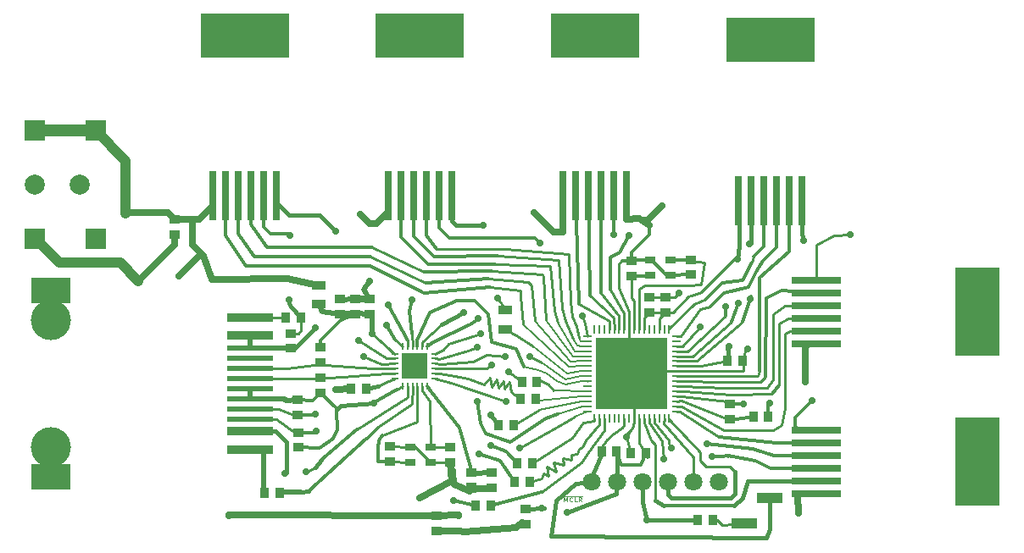
<source format=gtl>
G04 (created by PCBNEW (2013-07-07 BZR 4022)-stable) date 8/5/2014 5:00:46 PM*
%MOIN*%
G04 Gerber Fmt 3.4, Leading zero omitted, Abs format*
%FSLAX34Y34*%
G01*
G70*
G90*
G04 APERTURE LIST*
%ADD10C,0.00590551*%
%ADD11C,0.00393701*%
%ADD12R,0.00984252X0.0334646*%
%ADD13R,0.0334646X0.00984252*%
%ADD14R,0.281496X0.281496*%
%ADD15C,0.0708661*%
%ADD16C,0.0787*%
%ADD17R,0.0787X0.0787*%
%ADD18R,0.0394X0.0354*%
%ADD19R,0.0984X0.0984*%
%ADD20O,0.0098X0.0315*%
%ADD21O,0.0315X0.0098*%
%ADD22C,0.023622*%
%ADD23R,0.0354X0.0394*%
%ADD24R,0.055X0.035*%
%ADD25R,0.0393701X0.0314961*%
%ADD26R,0.1X0.039*%
%ADD27R,0.19685X0.0299213*%
%ADD28R,0.177165X0.346457*%
%ADD29R,0.0299213X0.19685*%
%ADD30R,0.346457X0.177165*%
%ADD31R,0.181102X0.0318898*%
%ADD32R,0.181102X0.0240157*%
%ADD33C,0.15748*%
%ADD34R,0.153543X0.0984252*%
%ADD35C,0.0275591*%
%ADD36C,0.015748*%
%ADD37C,0.0137795*%
%ADD38C,0.00787402*%
%ADD39C,0.00984252*%
%ADD40C,0.011811*%
%ADD41C,0.0275591*%
%ADD42C,0.0393701*%
%ADD43C,0.0472441*%
%ADD44C,0.0314961*%
%ADD45C,0.019685*%
G04 APERTURE END LIST*
G54D10*
G54D11*
X55858Y-40536D02*
X55858Y-40378D01*
X55924Y-40491D01*
X55989Y-40378D01*
X55989Y-40536D01*
X56196Y-40521D02*
X56186Y-40528D01*
X56158Y-40536D01*
X56139Y-40536D01*
X56111Y-40528D01*
X56092Y-40513D01*
X56083Y-40498D01*
X56074Y-40468D01*
X56074Y-40446D01*
X56083Y-40416D01*
X56092Y-40401D01*
X56111Y-40386D01*
X56139Y-40378D01*
X56158Y-40378D01*
X56186Y-40386D01*
X56196Y-40393D01*
X56374Y-40536D02*
X56280Y-40536D01*
X56280Y-40378D01*
X56552Y-40536D02*
X56486Y-40461D01*
X56439Y-40536D02*
X56439Y-40378D01*
X56514Y-40378D01*
X56533Y-40386D01*
X56542Y-40393D01*
X56552Y-40408D01*
X56552Y-40431D01*
X56542Y-40446D01*
X56533Y-40453D01*
X56514Y-40461D01*
X56439Y-40461D01*
X55811Y-40318D02*
X56589Y-40318D01*
G54D12*
X59807Y-37259D03*
X60003Y-37259D03*
X58625Y-37259D03*
X58822Y-37259D03*
X59216Y-37259D03*
X59019Y-37259D03*
X59610Y-37259D03*
X59413Y-37259D03*
X57838Y-37259D03*
X58035Y-37259D03*
X58429Y-37259D03*
X58232Y-37259D03*
X57444Y-37259D03*
X57641Y-37259D03*
X57248Y-37259D03*
X57051Y-37259D03*
G54D13*
X56775Y-36984D03*
X56775Y-36787D03*
X56775Y-36393D03*
X56775Y-36590D03*
X56775Y-35803D03*
X56775Y-35606D03*
X56775Y-36000D03*
X56775Y-36196D03*
X56775Y-34622D03*
X56775Y-34425D03*
X56775Y-35015D03*
X56775Y-34818D03*
X56775Y-35212D03*
X56775Y-35409D03*
X56775Y-34031D03*
X56775Y-34228D03*
G54D12*
X57051Y-33755D03*
X57248Y-33755D03*
X57641Y-33755D03*
X57444Y-33755D03*
X58232Y-33755D03*
X58429Y-33755D03*
X58035Y-33755D03*
X57838Y-33755D03*
X59413Y-33755D03*
X59610Y-33755D03*
X59019Y-33755D03*
X59216Y-33755D03*
X58822Y-33755D03*
X58625Y-33755D03*
X60003Y-33755D03*
X59807Y-33755D03*
G54D13*
X60279Y-34228D03*
X60279Y-34031D03*
X60279Y-35409D03*
X60279Y-35212D03*
X60279Y-34818D03*
X60279Y-35007D03*
X60279Y-34425D03*
X60279Y-34622D03*
X60279Y-36196D03*
X60279Y-36000D03*
X60279Y-35606D03*
X60279Y-35803D03*
X60279Y-36590D03*
X60279Y-36393D03*
X60279Y-36787D03*
X60279Y-36984D03*
G54D14*
X58527Y-35507D03*
G54D15*
X60940Y-39763D03*
X61940Y-39763D03*
X56948Y-39763D03*
X57948Y-39763D03*
X59944Y-39763D03*
X58944Y-39763D03*
G54D16*
X36811Y-28070D03*
G54D17*
X35039Y-25940D03*
X37441Y-25940D03*
X35039Y-30202D03*
X37441Y-30202D03*
G54D16*
X35039Y-28070D03*
G54D18*
X50846Y-41693D03*
X50846Y-41101D03*
X47047Y-32578D03*
X47047Y-33170D03*
X52224Y-39981D03*
X52224Y-39389D03*
G54D19*
X50003Y-35208D03*
G54D20*
X49511Y-35995D03*
X49708Y-35995D03*
X49905Y-35995D03*
X50101Y-35995D03*
X50298Y-35995D03*
X50495Y-35995D03*
G54D21*
X50790Y-35700D03*
X50790Y-35503D03*
X50790Y-35306D03*
X50790Y-35110D03*
X50790Y-34913D03*
X50790Y-34716D03*
G54D20*
X50495Y-34421D03*
X50298Y-34421D03*
X50101Y-34421D03*
X49905Y-34421D03*
X49708Y-34421D03*
X49511Y-34421D03*
G54D21*
X49216Y-34716D03*
X49216Y-34913D03*
X49216Y-35110D03*
X49216Y-35306D03*
X49216Y-35503D03*
X49216Y-35700D03*
G54D22*
X50003Y-35208D03*
X49703Y-34908D03*
X49703Y-35508D03*
X50303Y-34908D03*
X50303Y-35508D03*
G54D23*
X47491Y-36114D03*
X48083Y-36114D03*
G54D24*
X46220Y-32026D03*
X46220Y-32776D03*
G54D18*
X53031Y-40000D03*
X53031Y-39408D03*
X51377Y-38996D03*
X51377Y-38404D03*
X49035Y-38957D03*
X49035Y-38365D03*
X48228Y-32578D03*
X48228Y-33170D03*
X47637Y-32578D03*
X47637Y-33170D03*
X62401Y-36711D03*
X62401Y-37303D03*
X54350Y-41418D03*
X54350Y-40826D03*
G54D23*
X62894Y-35000D03*
X62302Y-35000D03*
G54D18*
X59842Y-32499D03*
X59842Y-33091D03*
X58533Y-31081D03*
X58533Y-31673D03*
X60866Y-31614D03*
X60866Y-31022D03*
X59212Y-32499D03*
X59212Y-33091D03*
G54D23*
X54626Y-39035D03*
X54034Y-39035D03*
X54528Y-39763D03*
X53936Y-39763D03*
X52973Y-40708D03*
X52381Y-40708D03*
X54803Y-35826D03*
X54211Y-35826D03*
X54744Y-36515D03*
X54152Y-36515D03*
X53878Y-37539D03*
X53286Y-37539D03*
G54D18*
X46283Y-35051D03*
X46283Y-34459D03*
X46291Y-35664D03*
X46291Y-36256D03*
X45385Y-37134D03*
X45385Y-36542D03*
X45405Y-37822D03*
X45405Y-38414D03*
G54D23*
X44693Y-40208D03*
X44101Y-40208D03*
X57341Y-38582D03*
X57933Y-38582D03*
X45516Y-33295D03*
X44924Y-33295D03*
G54D18*
X45106Y-34512D03*
X45106Y-33920D03*
G54D23*
X58483Y-38622D03*
X59075Y-38622D03*
G54D18*
X40551Y-30020D03*
X40551Y-29428D03*
G54D25*
X50610Y-38405D03*
X49822Y-38405D03*
X50610Y-38996D03*
X49822Y-38996D03*
X59251Y-31633D03*
X60039Y-31633D03*
X59251Y-31043D03*
X60039Y-31043D03*
G54D23*
X61121Y-41259D03*
X61713Y-41259D03*
G54D24*
X53543Y-33760D03*
X53543Y-33010D03*
G54D23*
X63306Y-37185D03*
X63898Y-37185D03*
G54D26*
X63964Y-40405D03*
X62964Y-41405D03*
G54D27*
X65787Y-37726D03*
X65787Y-38726D03*
X65787Y-39726D03*
X65787Y-39226D03*
X65787Y-40226D03*
X65787Y-38226D03*
G54D28*
X72106Y-38976D03*
G54D27*
X65787Y-31820D03*
X65787Y-32820D03*
X65787Y-33820D03*
X65787Y-33320D03*
X65787Y-34320D03*
X65787Y-32320D03*
G54D28*
X72106Y-33070D03*
G54D29*
X48946Y-28503D03*
X49946Y-28503D03*
X50946Y-28503D03*
X50446Y-28503D03*
X51446Y-28503D03*
X49446Y-28503D03*
G54D30*
X50196Y-22185D03*
G54D29*
X42057Y-28503D03*
X43057Y-28503D03*
X44057Y-28503D03*
X43557Y-28503D03*
X44557Y-28503D03*
X42557Y-28503D03*
G54D30*
X43307Y-22185D03*
G54D29*
X62726Y-28700D03*
X63726Y-28700D03*
X64726Y-28700D03*
X64226Y-28700D03*
X65226Y-28700D03*
X63226Y-28700D03*
G54D30*
X63976Y-22381D03*
G54D29*
X55836Y-28503D03*
X56836Y-28503D03*
X57836Y-28503D03*
X57336Y-28503D03*
X58336Y-28503D03*
X56336Y-28503D03*
G54D30*
X57086Y-22185D03*
G54D31*
X43523Y-33291D03*
X43523Y-34015D03*
G54D32*
X43523Y-34488D03*
X43523Y-34889D03*
X43523Y-35692D03*
X43523Y-37291D03*
X43523Y-36488D03*
G54D31*
X43523Y-38488D03*
X43523Y-37763D03*
G54D32*
X43523Y-36090D03*
X43523Y-36889D03*
G54D33*
X35681Y-38389D03*
X35681Y-33389D03*
G54D32*
X43523Y-35291D03*
G54D34*
X35681Y-32228D03*
X35681Y-39551D03*
G54D35*
X55984Y-40964D03*
X63937Y-36653D03*
X54527Y-34842D03*
X65629Y-36574D03*
X67125Y-30039D03*
X42677Y-41102D03*
X54685Y-29173D03*
X47854Y-29232D03*
X40728Y-31673D03*
X53011Y-35177D03*
X51732Y-41102D03*
X54980Y-40807D03*
X62362Y-34448D03*
X62677Y-30984D03*
X48334Y-33925D03*
X48385Y-36673D03*
X52480Y-33346D03*
X61220Y-33661D03*
X52578Y-33917D03*
X56594Y-33228D03*
X52440Y-36614D03*
X51909Y-33090D03*
X53562Y-34822D03*
X54133Y-38444D03*
X59133Y-41259D03*
X53267Y-32519D03*
X62933Y-36692D03*
X60393Y-32322D03*
X63070Y-34527D03*
X65078Y-41003D03*
X65354Y-35826D03*
X65275Y-30275D03*
X52677Y-29665D03*
X46889Y-29901D03*
X58326Y-38011D03*
X59734Y-28887D03*
X51968Y-41732D03*
X50196Y-40413D03*
X46082Y-33700D03*
X44901Y-39448D03*
X39133Y-31850D03*
X48228Y-31850D03*
X46889Y-36141D03*
X52992Y-37145D03*
X52460Y-34468D03*
X51515Y-40492D03*
X48897Y-33602D03*
X53582Y-36614D03*
X53681Y-35433D03*
X52519Y-38681D03*
X48956Y-32814D03*
X45728Y-39350D03*
X45039Y-32598D03*
X52992Y-38346D03*
X49881Y-32598D03*
X57834Y-30039D03*
X63188Y-32559D03*
X54921Y-30354D03*
X62716Y-32716D03*
X45078Y-30078D03*
X62204Y-32874D03*
X60098Y-38425D03*
X61476Y-38267D03*
X61692Y-38779D03*
X59783Y-38877D03*
X63169Y-30413D03*
X58425Y-30059D03*
X47783Y-34196D03*
X46074Y-37110D03*
X47984Y-34826D03*
X46114Y-37771D03*
G54D36*
X57948Y-39763D02*
X57933Y-40236D01*
X57933Y-40236D02*
X55984Y-40964D01*
G54D37*
X63898Y-37185D02*
X63898Y-36692D01*
X63898Y-36692D02*
X63937Y-36653D01*
G54D38*
X55925Y-35728D02*
X55000Y-35078D01*
G54D39*
X55000Y-35078D02*
X54527Y-34842D01*
G54D38*
X56775Y-35606D02*
X56535Y-35607D01*
X56535Y-35607D02*
X55925Y-35728D01*
G54D39*
X59842Y-33091D02*
X59212Y-33091D01*
X59842Y-33091D02*
X60137Y-33091D01*
X62637Y-30944D02*
X62755Y-30482D01*
G54D40*
X61299Y-32283D02*
X62637Y-30944D01*
G54D39*
X60748Y-32480D02*
X61299Y-32283D01*
X60137Y-33091D02*
X60748Y-32480D01*
X59610Y-33755D02*
X59610Y-33323D01*
X59610Y-33323D02*
X59842Y-33091D01*
X59019Y-33755D02*
X59019Y-33284D01*
X59019Y-33284D02*
X59212Y-33091D01*
G54D40*
X65127Y-37726D02*
X65787Y-37726D01*
X64960Y-37559D02*
X65127Y-37726D01*
X64960Y-37244D02*
X64960Y-37559D01*
X65629Y-36574D02*
X64960Y-37244D01*
G54D39*
X65787Y-31820D02*
X65787Y-30433D01*
X66496Y-30078D02*
X67125Y-30039D01*
X65787Y-30433D02*
X66496Y-30078D01*
G54D40*
X59075Y-38622D02*
X58897Y-39094D01*
X58110Y-39094D02*
X57933Y-38582D01*
X58897Y-39094D02*
X58110Y-39094D01*
G54D41*
X42697Y-41081D02*
X50826Y-41102D01*
X42677Y-41102D02*
X42697Y-41081D01*
X55836Y-29911D02*
X55836Y-28435D01*
X54685Y-29173D02*
X55452Y-29940D01*
X55452Y-29940D02*
X55807Y-29940D01*
X55807Y-29940D02*
X55836Y-29911D01*
X48946Y-29143D02*
X48946Y-28435D01*
X48503Y-29586D02*
X48946Y-29143D01*
X48208Y-29586D02*
X48503Y-29586D01*
X47854Y-29232D02*
X48208Y-29586D01*
X41692Y-30866D02*
X41535Y-30866D01*
X41535Y-30866D02*
X40728Y-31673D01*
X46220Y-32026D02*
X46180Y-32026D01*
X41259Y-30433D02*
X41259Y-29428D01*
X42027Y-31791D02*
X41692Y-30866D01*
X41692Y-30866D02*
X41259Y-30433D01*
X45000Y-31771D02*
X42027Y-31791D01*
X46180Y-32026D02*
X45000Y-31771D01*
X40551Y-29428D02*
X41259Y-29428D01*
X41259Y-29428D02*
X41515Y-29428D01*
X42057Y-28886D02*
X42057Y-28435D01*
X41515Y-29428D02*
X42057Y-28886D01*
X38622Y-29173D02*
X40296Y-29173D01*
X40296Y-29173D02*
X40551Y-29428D01*
G54D39*
X50790Y-35306D02*
X52823Y-35306D01*
X52823Y-35306D02*
X53011Y-35177D01*
G54D41*
X51711Y-41081D02*
X50826Y-41102D01*
G54D39*
X51732Y-41102D02*
X51711Y-41081D01*
G54D36*
X54980Y-40807D02*
X55098Y-40787D01*
X55098Y-40787D02*
X54350Y-40826D01*
G54D39*
X58818Y-37913D02*
X58818Y-38228D01*
X58822Y-37259D02*
X58818Y-37913D01*
X59143Y-38799D02*
X59075Y-38622D01*
X58818Y-38228D02*
X59143Y-38799D01*
G54D36*
X57948Y-39763D02*
X57952Y-38779D01*
G54D39*
X57952Y-38779D02*
X57933Y-38582D01*
G54D36*
X62755Y-29409D02*
X62755Y-30482D01*
X62755Y-30482D02*
X62677Y-30984D01*
G54D39*
X60279Y-35212D02*
X61240Y-35212D01*
X61240Y-35212D02*
X62302Y-35000D01*
G54D36*
X62302Y-35000D02*
X62320Y-34608D01*
X62320Y-34608D02*
X62303Y-34547D01*
X62303Y-34547D02*
X62362Y-34448D01*
X62362Y-34448D02*
X62363Y-34448D01*
G54D42*
X38622Y-27121D02*
X37441Y-25940D01*
X38622Y-29212D02*
X38622Y-29173D01*
X38622Y-29173D02*
X38622Y-27121D01*
G54D43*
X37441Y-25940D02*
X35039Y-25940D01*
G54D44*
X37621Y-26121D02*
X37441Y-25940D01*
G54D36*
X48385Y-36673D02*
X47093Y-36771D01*
X47093Y-36771D02*
X46916Y-36948D01*
G54D45*
X47047Y-33170D02*
X46342Y-33075D01*
X46342Y-33075D02*
X46220Y-32776D01*
X48334Y-33925D02*
X48334Y-33236D01*
X48334Y-33236D02*
X48228Y-33170D01*
G54D39*
X46916Y-36948D02*
X46916Y-36881D01*
G54D40*
X46916Y-36881D02*
X46291Y-36256D01*
X46255Y-38417D02*
X46771Y-38070D01*
X46943Y-37689D02*
X46916Y-36948D01*
X46771Y-38070D02*
X46943Y-37689D01*
X45405Y-38414D02*
X46255Y-38417D01*
G54D45*
X43523Y-36090D02*
X43523Y-36488D01*
G54D40*
X47637Y-33170D02*
X47086Y-33405D01*
X46283Y-34208D02*
X46283Y-34459D01*
X47086Y-33405D02*
X46283Y-34208D01*
G54D45*
X45385Y-36542D02*
X44936Y-36550D01*
X44874Y-36488D02*
X43523Y-36488D01*
X44936Y-36550D02*
X44874Y-36488D01*
G54D40*
X45385Y-36542D02*
X45997Y-36550D01*
X45997Y-36550D02*
X46291Y-36256D01*
G54D41*
X47059Y-33181D02*
X47637Y-33170D01*
G54D45*
X47637Y-33170D02*
X47665Y-33142D01*
X47665Y-33142D02*
X48228Y-33170D01*
G54D39*
X49216Y-34716D02*
X49085Y-34620D01*
X49085Y-34620D02*
X48985Y-34547D01*
G54D36*
X48361Y-36658D02*
X48361Y-36655D01*
G54D40*
X49299Y-36121D02*
X48361Y-36655D01*
G54D39*
X49511Y-35995D02*
X49299Y-36121D01*
G54D36*
X48385Y-36673D02*
X48361Y-36658D01*
G54D39*
X48985Y-34547D02*
X48334Y-33925D01*
G54D38*
X56775Y-36590D02*
X56555Y-36594D01*
G54D39*
X54881Y-36948D02*
X53878Y-37539D01*
G54D38*
X56555Y-36594D02*
X54881Y-36948D01*
G54D39*
X60511Y-34429D02*
X60511Y-34429D01*
G54D40*
X52456Y-33268D02*
X52456Y-33268D01*
X52480Y-33346D02*
X52456Y-33268D01*
X50495Y-34421D02*
X50704Y-34260D01*
X50704Y-34260D02*
X52185Y-33582D01*
X52185Y-33582D02*
X52503Y-33350D01*
G54D39*
X60511Y-34429D02*
X60279Y-34425D01*
X60511Y-34429D02*
X61220Y-33661D01*
X50790Y-34716D02*
X51110Y-34560D01*
X52391Y-34005D02*
X52578Y-33917D01*
X51333Y-34321D02*
X52391Y-34005D01*
X51110Y-34560D02*
X51333Y-34321D01*
X56692Y-33543D02*
X56775Y-34031D01*
X56594Y-33228D02*
X56692Y-33543D01*
G54D38*
X56775Y-36787D02*
X56574Y-36791D01*
X56574Y-36791D02*
X55610Y-37086D01*
G54D40*
X55610Y-37086D02*
X55166Y-37275D01*
X55166Y-37275D02*
X53764Y-38205D01*
X53764Y-38205D02*
X52786Y-37854D01*
X52786Y-37854D02*
X52598Y-37460D01*
X52598Y-37460D02*
X52440Y-36614D01*
G54D36*
X51909Y-33090D02*
X51043Y-33582D01*
G54D39*
X50295Y-34271D02*
X50298Y-34421D01*
X50295Y-34271D02*
X51043Y-33582D01*
G54D38*
X56555Y-36397D02*
X56775Y-36393D01*
X56555Y-36397D02*
X54881Y-36578D01*
G54D39*
X54744Y-36515D02*
X54881Y-36578D01*
G54D38*
X56775Y-36196D02*
X55460Y-36173D01*
G54D39*
X55452Y-36181D02*
X55265Y-35924D01*
X54925Y-35779D02*
X54803Y-35826D01*
X55265Y-35924D02*
X54925Y-35779D01*
X55460Y-36173D02*
X55452Y-36181D01*
G54D38*
X56775Y-36984D02*
X56271Y-37204D01*
G54D39*
X56271Y-37204D02*
X55724Y-37519D01*
X54133Y-38444D02*
X55731Y-37525D01*
X55724Y-37519D02*
X55731Y-37525D01*
X50790Y-35110D02*
X51023Y-35118D01*
X51023Y-35118D02*
X52283Y-35019D01*
X52283Y-35019D02*
X52834Y-34763D01*
X52834Y-34763D02*
X53562Y-34822D01*
X53562Y-34822D02*
X53570Y-34816D01*
X57248Y-37511D02*
X57248Y-37255D01*
X56732Y-38149D02*
X56594Y-38385D01*
X56594Y-38385D02*
X56456Y-38464D01*
X56456Y-38464D02*
X56397Y-38661D01*
X54528Y-39763D02*
X55000Y-39625D01*
X55000Y-39625D02*
X55039Y-39429D01*
X55039Y-39429D02*
X55237Y-39532D01*
X55237Y-39532D02*
X55202Y-39153D01*
X55202Y-39153D02*
X55551Y-39350D01*
X55551Y-39350D02*
X55452Y-38996D01*
X55452Y-38996D02*
X55846Y-39114D01*
X55846Y-39114D02*
X55826Y-38838D01*
X55826Y-38838D02*
X56141Y-38897D01*
X56141Y-38897D02*
X56161Y-38700D01*
X56161Y-38700D02*
X56397Y-38661D01*
X57248Y-37511D02*
X56732Y-38149D01*
X57248Y-37255D02*
X57251Y-37251D01*
X57444Y-37736D02*
X57444Y-37263D01*
X57444Y-37720D02*
X57444Y-37736D01*
X57444Y-37736D02*
X56830Y-38598D01*
X56830Y-38598D02*
X56543Y-38988D01*
X56543Y-38988D02*
X55000Y-40177D01*
G54D40*
X55000Y-40177D02*
X52973Y-40708D01*
G54D39*
X57051Y-37259D02*
X57047Y-37381D01*
X57047Y-37381D02*
X56633Y-37440D01*
X56633Y-37440D02*
X56196Y-38027D01*
X56196Y-38027D02*
X54626Y-39035D01*
G54D41*
X54350Y-41418D02*
X54211Y-41358D01*
X53996Y-41574D02*
X51968Y-41732D01*
X54211Y-41358D02*
X53996Y-41574D01*
G54D36*
X61121Y-41259D02*
X59133Y-41259D01*
X58944Y-40578D02*
X58944Y-39763D01*
X59133Y-41259D02*
X58944Y-40578D01*
G54D39*
X53543Y-33010D02*
X53543Y-32952D01*
X53543Y-32952D02*
X53267Y-32519D01*
G54D37*
X62401Y-36711D02*
X62932Y-36692D01*
X62932Y-36692D02*
X62933Y-36692D01*
X59251Y-31043D02*
X58572Y-31043D01*
X58572Y-31043D02*
X58533Y-31081D01*
X58533Y-31081D02*
X58533Y-30718D01*
G54D41*
X59232Y-29676D02*
X58912Y-29470D01*
G54D37*
X58533Y-30718D02*
X59232Y-30019D01*
X59232Y-30019D02*
X59232Y-29676D01*
G54D41*
X50866Y-41713D02*
X51711Y-41713D01*
X51711Y-41713D02*
X51968Y-41732D01*
G54D39*
X59842Y-32499D02*
X59212Y-32499D01*
X59842Y-32499D02*
X60217Y-32499D01*
X60217Y-32499D02*
X60393Y-32322D01*
X62894Y-35000D02*
X63031Y-34488D01*
X63031Y-34488D02*
X63070Y-34527D01*
X62913Y-35393D02*
X62913Y-35018D01*
X60625Y-35409D02*
X62913Y-35393D01*
X60279Y-35409D02*
X60625Y-35409D01*
X62913Y-35018D02*
X62894Y-35000D01*
G54D41*
X65856Y-40226D02*
X65127Y-40226D01*
X65039Y-40314D02*
X65078Y-41003D01*
X65127Y-40226D02*
X65039Y-40314D01*
X65856Y-34320D02*
X65403Y-34320D01*
X65354Y-34645D02*
X65354Y-35826D01*
X65403Y-34320D02*
X65354Y-34645D01*
G54D36*
X65226Y-28435D02*
X65226Y-30009D01*
X65226Y-30009D02*
X65275Y-30275D01*
X44557Y-28435D02*
X44557Y-28769D01*
X51446Y-29498D02*
X51446Y-28435D01*
X51614Y-29665D02*
X51446Y-29498D01*
X52677Y-29665D02*
X51614Y-29665D01*
X46240Y-29251D02*
X46889Y-29901D01*
X45039Y-29251D02*
X46240Y-29251D01*
X44557Y-28769D02*
X45039Y-29251D01*
G54D41*
X58912Y-29470D02*
X59151Y-29470D01*
X59151Y-29470D02*
X59734Y-28887D01*
G54D40*
X59251Y-31043D02*
X59311Y-31043D01*
X59901Y-31633D02*
X60039Y-31633D01*
X59311Y-31043D02*
X59901Y-31633D01*
G54D41*
X51377Y-38996D02*
X51456Y-39744D01*
X51456Y-39744D02*
X50196Y-40413D01*
G54D36*
X45106Y-34512D02*
X45270Y-34512D01*
X45270Y-34512D02*
X46082Y-33700D01*
X43523Y-37763D02*
X44515Y-37763D01*
X44960Y-39389D02*
X44901Y-39448D01*
X44960Y-38208D02*
X44960Y-39389D01*
X44515Y-37763D02*
X44960Y-38208D01*
X51515Y-39291D02*
X51555Y-39862D01*
G54D39*
X51377Y-38996D02*
X51515Y-39291D01*
G54D41*
X52179Y-40076D02*
X53031Y-40000D01*
X52151Y-40123D02*
X52179Y-40076D01*
X52151Y-40123D02*
X51555Y-39862D01*
X40551Y-30020D02*
X40551Y-30433D01*
G54D42*
X35084Y-30202D02*
X36023Y-31141D01*
X36023Y-31141D02*
X38425Y-31141D01*
X38425Y-31141D02*
X39133Y-31850D01*
X35084Y-30202D02*
X35039Y-30202D01*
G54D41*
X40551Y-30433D02*
X39133Y-31850D01*
G54D39*
X59931Y-31564D02*
X59950Y-31564D01*
G54D40*
X60020Y-31634D02*
X60866Y-31614D01*
G54D39*
X59950Y-31564D02*
X60020Y-31634D01*
X58429Y-33755D02*
X58425Y-33070D01*
X58425Y-33070D02*
X58031Y-32125D01*
X58031Y-32125D02*
X58031Y-31181D01*
X58031Y-31181D02*
X58150Y-31081D01*
G54D40*
X58150Y-31081D02*
X58533Y-31081D01*
G54D41*
X58912Y-29470D02*
X58818Y-29409D01*
X58818Y-29409D02*
X58336Y-29419D01*
G54D39*
X58336Y-29419D02*
X58336Y-28435D01*
X58287Y-37893D02*
X58503Y-37716D01*
X58543Y-37677D02*
X58287Y-37893D01*
X58622Y-37401D02*
X58543Y-37677D01*
X58326Y-38011D02*
X58483Y-38622D01*
X58503Y-37716D02*
X58326Y-38011D01*
X49822Y-38405D02*
X50019Y-38405D01*
G54D40*
X50019Y-38405D02*
X50610Y-38996D01*
G54D39*
X50610Y-38996D02*
X51377Y-38996D01*
X51377Y-38996D02*
X51377Y-38996D01*
X49822Y-38405D02*
X49036Y-38366D01*
X49036Y-38366D02*
X49035Y-38365D01*
X60279Y-36393D02*
X60393Y-36397D01*
X60393Y-36397D02*
X60472Y-36397D01*
X60472Y-36397D02*
X62303Y-36594D01*
X62283Y-36712D02*
X62401Y-36711D01*
X62251Y-36712D02*
X62283Y-36712D01*
X62324Y-36609D02*
X62251Y-36712D01*
X62307Y-36598D02*
X62324Y-36609D01*
X62303Y-36594D02*
X62307Y-36598D01*
X58622Y-37401D02*
X58622Y-37263D01*
X58622Y-37263D02*
X58625Y-37259D01*
X60279Y-35409D02*
X58625Y-35409D01*
X58625Y-35409D02*
X58527Y-35507D01*
X58625Y-37259D02*
X58625Y-35606D01*
X58625Y-35606D02*
X58527Y-35507D01*
X58429Y-33755D02*
X58429Y-35409D01*
X58429Y-35409D02*
X58527Y-35507D01*
G54D45*
X47637Y-32578D02*
X47055Y-32585D01*
X47055Y-32585D02*
X47047Y-32578D01*
X48228Y-32578D02*
X47996Y-32200D01*
X47996Y-32200D02*
X48228Y-31850D01*
X43523Y-34488D02*
X43523Y-34015D01*
X45106Y-34512D02*
X43547Y-34512D01*
X43547Y-34512D02*
X43523Y-34488D01*
G54D41*
X47491Y-36114D02*
X46889Y-36141D01*
G54D39*
X58622Y-37389D02*
X58622Y-37401D01*
G54D41*
X48228Y-32578D02*
X47824Y-32575D01*
X47824Y-32575D02*
X47637Y-32578D01*
X53031Y-40000D02*
X52224Y-40060D01*
G54D39*
X44924Y-33295D02*
X43527Y-33295D01*
X43527Y-33295D02*
X43523Y-33291D01*
X50790Y-34913D02*
X50964Y-34921D01*
G54D36*
X52992Y-37145D02*
X53286Y-37539D01*
G54D39*
X52094Y-34614D02*
X52460Y-34468D01*
X50964Y-34921D02*
X52094Y-34614D01*
X58625Y-33755D02*
X58625Y-32641D01*
X58533Y-32549D02*
X58533Y-31673D01*
X58625Y-32641D02*
X58533Y-32549D01*
G54D40*
X58533Y-31673D02*
X59270Y-31654D01*
G54D39*
X59270Y-31654D02*
X59360Y-31564D01*
X49822Y-38996D02*
X49036Y-38956D01*
X49036Y-38956D02*
X49035Y-38957D01*
X50101Y-35995D02*
X50098Y-37401D01*
G54D40*
X48562Y-38425D02*
X48562Y-38956D01*
X48562Y-38956D02*
X49074Y-38956D01*
X48720Y-37933D02*
X48582Y-38120D01*
X48582Y-38120D02*
X48562Y-38425D01*
G54D39*
X50098Y-37401D02*
X48720Y-37933D01*
X50610Y-38405D02*
X50590Y-36614D01*
X50295Y-36161D02*
X50298Y-35995D01*
X50590Y-36614D02*
X50295Y-36161D01*
X50610Y-38405D02*
X51377Y-38405D01*
X51377Y-38405D02*
X51377Y-38404D01*
G54D37*
X63306Y-37185D02*
X62420Y-37322D01*
X62420Y-37322D02*
X62401Y-37303D01*
G54D39*
X60279Y-36590D02*
X60492Y-36574D01*
X60492Y-36574D02*
X62401Y-37318D01*
X62401Y-37318D02*
X62401Y-37303D01*
X61713Y-41259D02*
X61889Y-41259D01*
X62094Y-41464D02*
X62964Y-41405D01*
X61889Y-41259D02*
X62094Y-41464D01*
G54D40*
X52381Y-40708D02*
X51515Y-40492D01*
X48897Y-33602D02*
X49232Y-34169D01*
G54D39*
X49232Y-34169D02*
X49511Y-34421D01*
X50790Y-35503D02*
X50984Y-35511D01*
X50984Y-35511D02*
X51751Y-35649D01*
X51751Y-35649D02*
X52078Y-35712D01*
X52078Y-35712D02*
X52716Y-35933D01*
X52716Y-35933D02*
X52956Y-35677D01*
X52956Y-35677D02*
X53019Y-36019D01*
X53019Y-36019D02*
X53220Y-35732D01*
X53220Y-35732D02*
X53275Y-36051D01*
X53275Y-36051D02*
X53500Y-35795D01*
X53500Y-35795D02*
X53531Y-36086D01*
X53531Y-36086D02*
X53732Y-35818D01*
X53732Y-35818D02*
X53779Y-36240D01*
X53779Y-36240D02*
X54152Y-36515D01*
X53681Y-35433D02*
X54211Y-35826D01*
X50790Y-35700D02*
X51413Y-35881D01*
X51413Y-35881D02*
X53582Y-36614D01*
X49216Y-35700D02*
X48885Y-35834D01*
X48885Y-35834D02*
X48562Y-35988D01*
G54D36*
X48562Y-35988D02*
X48083Y-36114D01*
G54D40*
X53936Y-39763D02*
X53346Y-38917D01*
X53346Y-38917D02*
X52519Y-38681D01*
X48956Y-32814D02*
X49704Y-34192D01*
G54D39*
X49704Y-34192D02*
X49708Y-34421D01*
G54D45*
X45531Y-40161D02*
X44740Y-40161D01*
G54D36*
X45531Y-40161D02*
X45826Y-40137D01*
G54D39*
X49905Y-35995D02*
X49901Y-36712D01*
G54D40*
X48070Y-38051D02*
X45826Y-40137D01*
G54D39*
X49901Y-36712D02*
X48543Y-37598D01*
X48543Y-37598D02*
X48070Y-38051D01*
X44740Y-40161D02*
X44693Y-40208D01*
G54D36*
X45039Y-32598D02*
X45039Y-32716D01*
G54D39*
X45738Y-39361D02*
X45728Y-39350D01*
X49704Y-36437D02*
X47716Y-37688D01*
G54D40*
X47716Y-37688D02*
X46316Y-38895D01*
G54D36*
X46316Y-38895D02*
X46095Y-39215D01*
G54D39*
X49708Y-35995D02*
X49704Y-36437D01*
X46095Y-39215D02*
X45738Y-39361D01*
G54D36*
X45118Y-32874D02*
X45516Y-33295D01*
X45039Y-32716D02*
X45118Y-32874D01*
G54D39*
X45516Y-33295D02*
X45516Y-33810D01*
X45406Y-33920D02*
X45106Y-33920D01*
X45516Y-33810D02*
X45406Y-33920D01*
G54D45*
X53031Y-39408D02*
X52279Y-39444D01*
X52279Y-39444D02*
X52224Y-39389D01*
G54D40*
X50665Y-36229D02*
X51751Y-37637D01*
X51751Y-37637D02*
X52224Y-39310D01*
X50495Y-35995D02*
X50665Y-36229D01*
X54034Y-39035D02*
X53582Y-38562D01*
X53582Y-38562D02*
X52992Y-38346D01*
X49881Y-32598D02*
X49803Y-33051D01*
X49803Y-33051D02*
X49901Y-33917D01*
G54D39*
X49901Y-33917D02*
X49901Y-33916D01*
X49905Y-34421D02*
X49901Y-33916D01*
X49901Y-33916D02*
X49901Y-33895D01*
X60866Y-31022D02*
X60973Y-31052D01*
X58822Y-32909D02*
X58822Y-33755D01*
X58818Y-32165D02*
X58822Y-32909D01*
X60747Y-32028D02*
X59055Y-32047D01*
X59055Y-32047D02*
X58818Y-32165D01*
X61240Y-31988D02*
X60747Y-32028D01*
X61377Y-31122D02*
X61240Y-31988D01*
X60973Y-31052D02*
X60925Y-31082D01*
X60925Y-31082D02*
X61377Y-31122D01*
X59931Y-31112D02*
X60029Y-31112D01*
G54D40*
X60099Y-31042D02*
X60866Y-31022D01*
G54D39*
X60029Y-31112D02*
X60099Y-31042D01*
X59807Y-37259D02*
X59803Y-37460D01*
X60940Y-38795D02*
X60940Y-39763D01*
X59803Y-37460D02*
X60940Y-38795D01*
X60003Y-37259D02*
X60019Y-37322D01*
G54D36*
X59944Y-40259D02*
X59944Y-39763D01*
X60098Y-40413D02*
X59944Y-40259D01*
X62421Y-40413D02*
X60098Y-40413D01*
X62598Y-40236D02*
X62421Y-40413D01*
X62598Y-39370D02*
X62598Y-40236D01*
G54D39*
X62381Y-39153D02*
X62598Y-39370D01*
X61456Y-39153D02*
X62381Y-39153D01*
X61220Y-38917D02*
X61456Y-39153D01*
X61220Y-38602D02*
X61220Y-38917D01*
X60019Y-37322D02*
X61220Y-38602D01*
X60279Y-35803D02*
X60452Y-35803D01*
X60452Y-35803D02*
X62145Y-35846D01*
X62145Y-35846D02*
X63582Y-35826D01*
G54D40*
X64409Y-32244D02*
X65787Y-32320D01*
X63818Y-32519D02*
X64409Y-32244D01*
X63779Y-35629D02*
X63818Y-32519D01*
G54D39*
X63582Y-35826D02*
X63779Y-35629D01*
X60279Y-35606D02*
X60472Y-35606D01*
X60472Y-35606D02*
X62066Y-35610D01*
X62066Y-35610D02*
X63488Y-35606D01*
G54D40*
X64726Y-30706D02*
X64726Y-28700D01*
X63543Y-31732D02*
X64726Y-30706D01*
X63543Y-35393D02*
X63543Y-31732D01*
G54D39*
X63488Y-35606D02*
X63543Y-35393D01*
X60279Y-35007D02*
X61102Y-35011D01*
G54D40*
X57836Y-30037D02*
X57836Y-28503D01*
G54D39*
X57834Y-30039D02*
X57836Y-30037D01*
X63228Y-32480D02*
X63188Y-32559D01*
G54D40*
X62874Y-33464D02*
X63228Y-32480D01*
G54D39*
X61102Y-35011D02*
X62874Y-33464D01*
X60279Y-34818D02*
X60925Y-34822D01*
G54D40*
X50946Y-29765D02*
X50946Y-28503D01*
X51338Y-30157D02*
X50946Y-29765D01*
X54724Y-30157D02*
X51338Y-30157D01*
G54D39*
X54921Y-30354D02*
X54724Y-30157D01*
G54D40*
X62440Y-33464D02*
X62716Y-32716D01*
G54D39*
X60925Y-34822D02*
X62440Y-33464D01*
X60279Y-34622D02*
X60728Y-34625D01*
G54D40*
X44057Y-29726D02*
X44057Y-28503D01*
X44330Y-30000D02*
X44057Y-29726D01*
X45000Y-30000D02*
X44330Y-30000D01*
G54D39*
X45078Y-30078D02*
X45000Y-30000D01*
G54D40*
X62204Y-33228D02*
X62204Y-32874D01*
G54D39*
X60728Y-34625D02*
X62204Y-33228D01*
X59409Y-37421D02*
X59409Y-37421D01*
X59409Y-37421D02*
X60000Y-38129D01*
G54D37*
X61476Y-38267D02*
X63287Y-38464D01*
G54D39*
X60000Y-38129D02*
X60019Y-38425D01*
X60019Y-38425D02*
X60098Y-38425D01*
X59413Y-37259D02*
X59409Y-37421D01*
G54D37*
X63287Y-38464D02*
X64120Y-38726D01*
X64120Y-38726D02*
X65787Y-38726D01*
G54D39*
X59413Y-37259D02*
X59413Y-37259D01*
X59212Y-37440D02*
X59212Y-37440D01*
X59216Y-37259D02*
X59212Y-37440D01*
G54D37*
X62066Y-38759D02*
X62322Y-38740D01*
X61692Y-38779D02*
X62066Y-38759D01*
G54D39*
X59724Y-38169D02*
X59783Y-38877D01*
X59212Y-37440D02*
X59724Y-38169D01*
G54D37*
X63990Y-39226D02*
X65787Y-39226D01*
X63385Y-38917D02*
X63990Y-39226D01*
G54D40*
X62322Y-38759D02*
X62322Y-38740D01*
G54D37*
X62322Y-38740D02*
X63385Y-38917D01*
G54D39*
X59015Y-37421D02*
X59287Y-38134D01*
X59019Y-37259D02*
X59015Y-37421D01*
G54D36*
X62874Y-40393D02*
X63070Y-39724D01*
X62559Y-40708D02*
X62874Y-40393D01*
G54D37*
X59803Y-40708D02*
X62559Y-40708D01*
G54D36*
X59448Y-40511D02*
X59803Y-40708D01*
G54D39*
X59448Y-38287D02*
X59448Y-40511D01*
X59287Y-38134D02*
X59448Y-38287D01*
G54D36*
X63070Y-39724D02*
X65787Y-39726D01*
G54D39*
X60279Y-36984D02*
X60433Y-36988D01*
G54D37*
X64564Y-38226D02*
X65787Y-38226D01*
G54D40*
X64232Y-38228D02*
X64564Y-38226D01*
X61968Y-37992D02*
X64232Y-38228D01*
G54D39*
X60433Y-36988D02*
X61968Y-37992D01*
X64566Y-36850D02*
X64409Y-37519D01*
X60472Y-36791D02*
X62145Y-37716D01*
X60279Y-36787D02*
X60472Y-36791D01*
X64761Y-33820D02*
X64566Y-33937D01*
X64566Y-33937D02*
X64566Y-36850D01*
X64761Y-33820D02*
X65787Y-33820D01*
X64094Y-37716D02*
X62145Y-37716D01*
X64409Y-37519D02*
X64094Y-37716D01*
X64331Y-35977D02*
X64331Y-33542D01*
G54D40*
X64055Y-36299D02*
X64331Y-35977D01*
G54D39*
X62440Y-36318D02*
X64055Y-36299D01*
X60551Y-36200D02*
X62440Y-36318D01*
X60279Y-36196D02*
X60551Y-36200D01*
X64671Y-33320D02*
X65787Y-33320D01*
X64331Y-33542D02*
X64671Y-33320D01*
X64087Y-35737D02*
X64087Y-33156D01*
X64541Y-32820D02*
X65787Y-32820D01*
X64087Y-33156D02*
X64541Y-32820D01*
X60279Y-36000D02*
X60492Y-36000D01*
X60492Y-36000D02*
X62204Y-36082D01*
X62204Y-36082D02*
X63858Y-36062D01*
X63858Y-36062D02*
X64087Y-35737D01*
X64087Y-35737D02*
X64094Y-35708D01*
X57838Y-33755D02*
X57834Y-33307D01*
G54D40*
X56889Y-32440D02*
X56836Y-28435D01*
G54D39*
X57834Y-33307D02*
X56889Y-32440D01*
X57641Y-33755D02*
X57637Y-33425D01*
G54D40*
X56456Y-32755D02*
X56336Y-28435D01*
G54D39*
X57637Y-33425D02*
X56456Y-32755D01*
G54D38*
X56775Y-34228D02*
X56531Y-34228D01*
G54D40*
X50446Y-30072D02*
X50446Y-28435D01*
X50846Y-30590D02*
X50446Y-30072D01*
G54D39*
X53543Y-30590D02*
X50846Y-30590D01*
X56200Y-33267D02*
X56122Y-32677D01*
X56122Y-32677D02*
X56062Y-30787D01*
X56062Y-30787D02*
X53543Y-30590D01*
X56456Y-34114D02*
X56338Y-33641D01*
X56338Y-33641D02*
X56200Y-33267D01*
G54D38*
X56531Y-34228D02*
X56456Y-34114D01*
G54D40*
X49946Y-28435D02*
X49946Y-30104D01*
G54D38*
X56220Y-34133D02*
X56397Y-34409D01*
X56397Y-34409D02*
X56555Y-34427D01*
X56555Y-34427D02*
X56775Y-34425D01*
G54D39*
X55925Y-33425D02*
X56220Y-34133D01*
X55787Y-32933D02*
X55925Y-33425D01*
X53267Y-30866D02*
X55669Y-31043D01*
X55669Y-31043D02*
X55787Y-32933D01*
G54D40*
X50748Y-30905D02*
X53267Y-30866D01*
X49946Y-30104D02*
X50748Y-30905D01*
G54D38*
X56775Y-34622D02*
X56555Y-34623D01*
X56555Y-34623D02*
X56299Y-34645D01*
G54D40*
X49446Y-30116D02*
X49446Y-28435D01*
G54D39*
X50511Y-31200D02*
X49446Y-30116D01*
G54D40*
X53169Y-31200D02*
X50511Y-31200D01*
G54D39*
X55492Y-33031D02*
X55334Y-31279D01*
X55334Y-31279D02*
X53169Y-31200D01*
X55610Y-33503D02*
X55492Y-33031D01*
G54D38*
X56299Y-34645D02*
X55610Y-33503D01*
G54D40*
X43557Y-28435D02*
X43557Y-29620D01*
G54D38*
X56220Y-34842D02*
X56574Y-34820D01*
X56574Y-34820D02*
X56775Y-34818D01*
X55157Y-33385D02*
X56220Y-34842D01*
G54D39*
X55059Y-31712D02*
X55157Y-33385D01*
X53011Y-31456D02*
X55019Y-31614D01*
X55019Y-31614D02*
X55059Y-31712D01*
G54D40*
X50354Y-31515D02*
X53011Y-31456D01*
G54D39*
X48307Y-30531D02*
X50354Y-31515D01*
G54D40*
X44173Y-30531D02*
X48307Y-30531D01*
X43557Y-29620D02*
X44173Y-30531D01*
G54D38*
X56775Y-35015D02*
X56555Y-35015D01*
X56555Y-35015D02*
X56122Y-35039D01*
G54D40*
X43057Y-30005D02*
X43057Y-28435D01*
X43681Y-30885D02*
X43057Y-30005D01*
X48248Y-30885D02*
X43681Y-30885D01*
G54D39*
X50433Y-31929D02*
X48248Y-30885D01*
G54D40*
X52893Y-31771D02*
X50433Y-31929D01*
G54D39*
X54586Y-32027D02*
X54448Y-31889D01*
X54448Y-31889D02*
X52893Y-31771D01*
X54586Y-32047D02*
X54586Y-32027D01*
G54D38*
X56122Y-35039D02*
X54704Y-33425D01*
G54D39*
X54704Y-33425D02*
X54586Y-32047D01*
G54D40*
X50354Y-32322D02*
X52952Y-32106D01*
X42557Y-30076D02*
X43346Y-31259D01*
X43346Y-31259D02*
X48248Y-31259D01*
X48248Y-31259D02*
X50354Y-32322D01*
X42557Y-28435D02*
X42557Y-30076D01*
G54D38*
X56043Y-35236D02*
X56555Y-35212D01*
X56555Y-35212D02*
X56775Y-35212D01*
G54D39*
X52952Y-32106D02*
X54153Y-32219D01*
X54153Y-32219D02*
X54153Y-32480D01*
X54153Y-32480D02*
X54251Y-33582D01*
G54D38*
X54251Y-33582D02*
X56043Y-35236D01*
G54D36*
X63226Y-30356D02*
X63226Y-28435D01*
G54D39*
X63169Y-30413D02*
X63226Y-30356D01*
X58232Y-33755D02*
X58228Y-33149D01*
G54D40*
X57677Y-32204D02*
X57677Y-30944D01*
X57677Y-30944D02*
X58051Y-30728D01*
X58051Y-30728D02*
X58425Y-30059D01*
G54D39*
X58425Y-30059D02*
X58425Y-30059D01*
X58228Y-33149D02*
X57677Y-32204D01*
X58035Y-33755D02*
X58031Y-33228D01*
G54D40*
X57322Y-32322D02*
X57336Y-28435D01*
G54D39*
X58031Y-33228D02*
X57322Y-32322D01*
X60003Y-33755D02*
X60003Y-33736D01*
G54D40*
X63726Y-30486D02*
X63726Y-28700D01*
X63307Y-30905D02*
X63726Y-30486D01*
G54D39*
X63267Y-31141D02*
X63307Y-30905D01*
G54D40*
X62883Y-31844D02*
X63267Y-31141D01*
X62086Y-31929D02*
X62883Y-31844D01*
X61456Y-32559D02*
X62086Y-31929D01*
G54D39*
X60984Y-32755D02*
X61456Y-32559D01*
X60003Y-33736D02*
X60984Y-32755D01*
X60279Y-34031D02*
X60452Y-34035D01*
G54D40*
X64226Y-30537D02*
X64226Y-28700D01*
X63700Y-31062D02*
X64226Y-30537D01*
X63431Y-31500D02*
X63700Y-31062D01*
X63129Y-32096D02*
X63431Y-31500D01*
X62165Y-32322D02*
X63129Y-32096D01*
X61614Y-32874D02*
X62165Y-32322D01*
G54D39*
X61220Y-32952D02*
X61614Y-32874D01*
X60452Y-34035D02*
X61220Y-32952D01*
X44960Y-35283D02*
X46326Y-35146D01*
X43523Y-35291D02*
X44960Y-35283D01*
X46326Y-35146D02*
X46326Y-35146D01*
X46452Y-35165D02*
X46400Y-35169D01*
X48346Y-35314D02*
X46452Y-35165D01*
X49216Y-35306D02*
X48346Y-35314D01*
X47165Y-35633D02*
X46570Y-35657D01*
X48881Y-35507D02*
X47165Y-35633D01*
X49216Y-35503D02*
X48881Y-35507D01*
X46570Y-35657D02*
X46291Y-35664D01*
X43523Y-35692D02*
X46263Y-35692D01*
X46263Y-35692D02*
X46291Y-35664D01*
X45385Y-37134D02*
X45212Y-37137D01*
X44637Y-36889D02*
X43523Y-36889D01*
X45212Y-37137D02*
X44637Y-36889D01*
X49216Y-34913D02*
X48874Y-34913D01*
X47783Y-34196D02*
X48874Y-34913D01*
G54D40*
X46042Y-37142D02*
X45385Y-37134D01*
G54D39*
X46074Y-37110D02*
X46042Y-37142D01*
X45405Y-37822D02*
X45302Y-37822D01*
X44559Y-37291D02*
X43523Y-37291D01*
X45302Y-37822D02*
X44559Y-37291D01*
X48677Y-35118D02*
X47984Y-34826D01*
X49216Y-35110D02*
X48677Y-35118D01*
G54D40*
X46063Y-37822D02*
X45405Y-37822D01*
G54D39*
X46114Y-37771D02*
X46063Y-37822D01*
X53543Y-33760D02*
X53544Y-33760D01*
G54D38*
X56003Y-35492D02*
X54665Y-34448D01*
X56003Y-35492D02*
X56555Y-35409D01*
X56555Y-35409D02*
X56775Y-35409D01*
G54D39*
X53996Y-34015D02*
X54665Y-34448D01*
X53544Y-33760D02*
X53996Y-34015D01*
X44101Y-40208D02*
X44066Y-40208D01*
G54D45*
X44047Y-39594D02*
X44047Y-38417D01*
X44066Y-40208D02*
X44047Y-39594D01*
G54D40*
X50570Y-33090D02*
X51653Y-32637D01*
X51653Y-32637D02*
X52364Y-32637D01*
X53996Y-34547D02*
X54271Y-35236D01*
X53011Y-34251D02*
X53996Y-34547D01*
X52897Y-33170D02*
X53011Y-34251D01*
X52364Y-32637D02*
X52897Y-33170D01*
G54D38*
X54271Y-35236D02*
X54862Y-35354D01*
G54D40*
X50101Y-34421D02*
X50098Y-34192D01*
X50098Y-34192D02*
X50570Y-33090D01*
G54D38*
X56775Y-35803D02*
X56555Y-35807D01*
X56555Y-35807D02*
X55925Y-35944D01*
X55925Y-35944D02*
X55570Y-35807D01*
X55570Y-35807D02*
X55177Y-35492D01*
X55177Y-35492D02*
X54862Y-35354D01*
G54D39*
X56771Y-35799D02*
X56775Y-35803D01*
G54D38*
X54862Y-35354D02*
X54846Y-35337D01*
G54D36*
X63964Y-40405D02*
X63944Y-41625D01*
X56318Y-39822D02*
X56948Y-39763D01*
X55354Y-41889D02*
X55551Y-40511D01*
X55551Y-40511D02*
X56318Y-39822D01*
X63818Y-41968D02*
X55354Y-41889D01*
X63944Y-41625D02*
X63818Y-41968D01*
G54D39*
X57341Y-38582D02*
X57341Y-38622D01*
G54D36*
X56978Y-39498D02*
X56948Y-39763D01*
X57341Y-38622D02*
X56978Y-39498D01*
G54D39*
X58232Y-37259D02*
X58228Y-37539D01*
X58228Y-37539D02*
X58149Y-37637D01*
X57814Y-37874D02*
X57559Y-38110D01*
X57559Y-38110D02*
X57322Y-38425D01*
X57322Y-38425D02*
X57341Y-38582D01*
X58149Y-37637D02*
X57814Y-37874D01*
M02*

</source>
